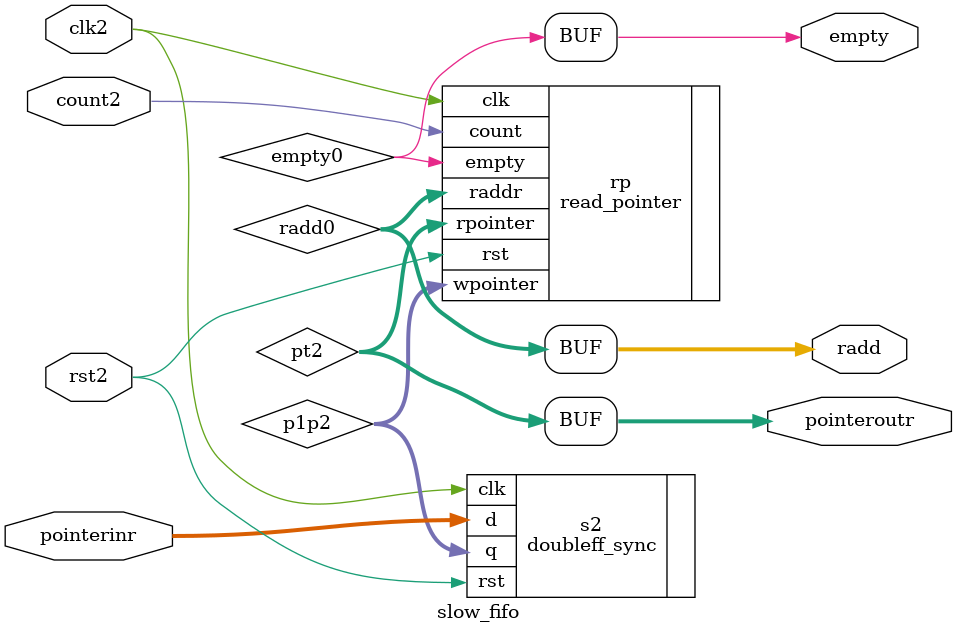
<source format=v>
module slow_fifo #(
parameter WIDTH = 4,
parameter W_SIZE = 32
)
(
`ifdef USE_POWER_PINS
    inout vccd1,        // User area 1 1.8V supply
    inout vssd1,        // User area 1 digital ground
`endif

input wire clk2,
input wire rst2,
input wire count2,
input [WIDTH-1:0] pointerinr,
output  [WIDTH-1:0] pointeroutr,
output  empty,
output  [WIDTH-2:0] radd
);

reg [WIDTH-1:0] pointeroutr;
reg empty;
reg [WIDTH-2:0] radd;

wire [WIDTH-1:0] pt2,p1p2; // pointers and synchronized pointers
wire [WIDTH-2:0] radd0; // address size is 1 less than pointers
  wire [W_SIZE-1:0] rdata0;
wire empty0;

doubleff_sync #(.WIDTH(WIDTH)) s2(.clk(clk2),.rst(rst2),.d(pointerinr),.q(p1p2));
read_pointer #(.ADDBITS(WIDTH-1)) rp(.clk(clk2),.count(count2),.rpointer(pt2),.wpointer(p1p2),.raddr(radd0),.empty(empty0),.rst(rst2));

always @* begin
    empty = empty0;
    pointeroutr = pt2;
    radd = radd0;

end
  
endmodule

</source>
